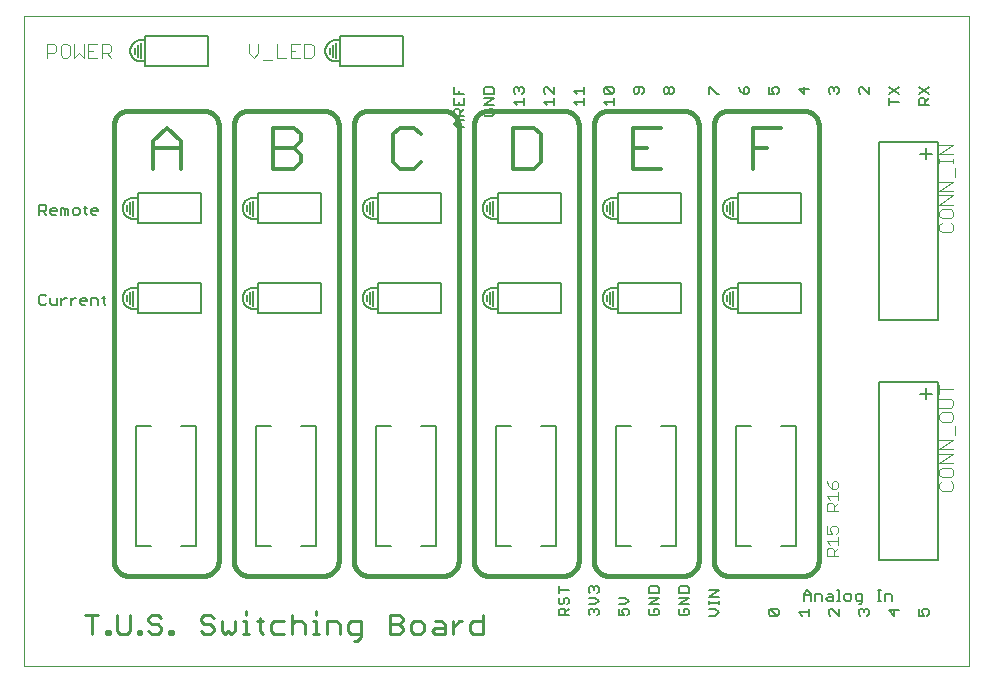
<source format=gto>
G75*
G70*
%OFA0B0*%
%FSLAX24Y24*%
%IPPOS*%
%LPD*%
%AMOC8*
5,1,8,0,0,1.08239X$1,22.5*
%
%ADD10C,0.0000*%
%ADD11C,0.0160*%
%ADD12C,0.0120*%
%ADD13C,0.0050*%
%ADD14C,0.0040*%
%ADD15C,0.0110*%
%ADD16C,0.0060*%
%ADD17C,0.0080*%
%ADD18C,0.0030*%
D10*
X002180Y000680D02*
X002180Y022334D01*
X033676Y022334D01*
X033676Y000680D01*
X002180Y000680D01*
D11*
X005680Y003680D02*
X008180Y003680D01*
X008224Y003682D01*
X008267Y003688D01*
X008309Y003697D01*
X008351Y003710D01*
X008391Y003727D01*
X008430Y003747D01*
X008467Y003770D01*
X008501Y003797D01*
X008534Y003826D01*
X008563Y003859D01*
X008590Y003893D01*
X008613Y003930D01*
X008633Y003969D01*
X008650Y004009D01*
X008663Y004051D01*
X008672Y004093D01*
X008678Y004136D01*
X008680Y004180D01*
X008680Y018680D01*
X008678Y018724D01*
X008672Y018767D01*
X008663Y018809D01*
X008650Y018851D01*
X008633Y018891D01*
X008613Y018930D01*
X008590Y018967D01*
X008563Y019001D01*
X008534Y019034D01*
X008501Y019063D01*
X008467Y019090D01*
X008430Y019113D01*
X008391Y019133D01*
X008351Y019150D01*
X008309Y019163D01*
X008267Y019172D01*
X008224Y019178D01*
X008180Y019180D01*
X005680Y019180D01*
X005636Y019178D01*
X005593Y019172D01*
X005551Y019163D01*
X005509Y019150D01*
X005469Y019133D01*
X005430Y019113D01*
X005393Y019090D01*
X005359Y019063D01*
X005326Y019034D01*
X005297Y019001D01*
X005270Y018967D01*
X005247Y018930D01*
X005227Y018891D01*
X005210Y018851D01*
X005197Y018809D01*
X005188Y018767D01*
X005182Y018724D01*
X005180Y018680D01*
X005180Y004180D01*
X005182Y004136D01*
X005188Y004093D01*
X005197Y004051D01*
X005210Y004009D01*
X005227Y003969D01*
X005247Y003930D01*
X005270Y003893D01*
X005297Y003859D01*
X005326Y003826D01*
X005359Y003797D01*
X005393Y003770D01*
X005430Y003747D01*
X005469Y003727D01*
X005509Y003710D01*
X005551Y003697D01*
X005593Y003688D01*
X005636Y003682D01*
X005680Y003680D01*
X009180Y004180D02*
X009180Y018680D01*
X009182Y018724D01*
X009188Y018767D01*
X009197Y018809D01*
X009210Y018851D01*
X009227Y018891D01*
X009247Y018930D01*
X009270Y018967D01*
X009297Y019001D01*
X009326Y019034D01*
X009359Y019063D01*
X009393Y019090D01*
X009430Y019113D01*
X009469Y019133D01*
X009509Y019150D01*
X009551Y019163D01*
X009593Y019172D01*
X009636Y019178D01*
X009680Y019180D01*
X012180Y019180D01*
X012224Y019178D01*
X012267Y019172D01*
X012309Y019163D01*
X012351Y019150D01*
X012391Y019133D01*
X012430Y019113D01*
X012467Y019090D01*
X012501Y019063D01*
X012534Y019034D01*
X012563Y019001D01*
X012590Y018967D01*
X012613Y018930D01*
X012633Y018891D01*
X012650Y018851D01*
X012663Y018809D01*
X012672Y018767D01*
X012678Y018724D01*
X012680Y018680D01*
X012680Y004180D01*
X012678Y004136D01*
X012672Y004093D01*
X012663Y004051D01*
X012650Y004009D01*
X012633Y003969D01*
X012613Y003930D01*
X012590Y003893D01*
X012563Y003859D01*
X012534Y003826D01*
X012501Y003797D01*
X012467Y003770D01*
X012430Y003747D01*
X012391Y003727D01*
X012351Y003710D01*
X012309Y003697D01*
X012267Y003688D01*
X012224Y003682D01*
X012180Y003680D01*
X009680Y003680D01*
X009636Y003682D01*
X009593Y003688D01*
X009551Y003697D01*
X009509Y003710D01*
X009469Y003727D01*
X009430Y003747D01*
X009393Y003770D01*
X009359Y003797D01*
X009326Y003826D01*
X009297Y003859D01*
X009270Y003893D01*
X009247Y003930D01*
X009227Y003969D01*
X009210Y004009D01*
X009197Y004051D01*
X009188Y004093D01*
X009182Y004136D01*
X009180Y004180D01*
X013180Y004180D02*
X013180Y018680D01*
X013182Y018724D01*
X013188Y018767D01*
X013197Y018809D01*
X013210Y018851D01*
X013227Y018891D01*
X013247Y018930D01*
X013270Y018967D01*
X013297Y019001D01*
X013326Y019034D01*
X013359Y019063D01*
X013393Y019090D01*
X013430Y019113D01*
X013469Y019133D01*
X013509Y019150D01*
X013551Y019163D01*
X013593Y019172D01*
X013636Y019178D01*
X013680Y019180D01*
X016180Y019180D01*
X016224Y019178D01*
X016267Y019172D01*
X016309Y019163D01*
X016351Y019150D01*
X016391Y019133D01*
X016430Y019113D01*
X016467Y019090D01*
X016501Y019063D01*
X016534Y019034D01*
X016563Y019001D01*
X016590Y018967D01*
X016613Y018930D01*
X016633Y018891D01*
X016650Y018851D01*
X016663Y018809D01*
X016672Y018767D01*
X016678Y018724D01*
X016680Y018680D01*
X016680Y004180D01*
X017180Y004180D02*
X017180Y018680D01*
X017182Y018724D01*
X017188Y018767D01*
X017197Y018809D01*
X017210Y018851D01*
X017227Y018891D01*
X017247Y018930D01*
X017270Y018967D01*
X017297Y019001D01*
X017326Y019034D01*
X017359Y019063D01*
X017393Y019090D01*
X017430Y019113D01*
X017469Y019133D01*
X017509Y019150D01*
X017551Y019163D01*
X017593Y019172D01*
X017636Y019178D01*
X017680Y019180D01*
X020180Y019180D01*
X020224Y019178D01*
X020267Y019172D01*
X020309Y019163D01*
X020351Y019150D01*
X020391Y019133D01*
X020430Y019113D01*
X020467Y019090D01*
X020501Y019063D01*
X020534Y019034D01*
X020563Y019001D01*
X020590Y018967D01*
X020613Y018930D01*
X020633Y018891D01*
X020650Y018851D01*
X020663Y018809D01*
X020672Y018767D01*
X020678Y018724D01*
X020680Y018680D01*
X020680Y004180D01*
X021180Y004180D02*
X021180Y018680D01*
X021182Y018724D01*
X021188Y018767D01*
X021197Y018809D01*
X021210Y018851D01*
X021227Y018891D01*
X021247Y018930D01*
X021270Y018967D01*
X021297Y019001D01*
X021326Y019034D01*
X021359Y019063D01*
X021393Y019090D01*
X021430Y019113D01*
X021469Y019133D01*
X021509Y019150D01*
X021551Y019163D01*
X021593Y019172D01*
X021636Y019178D01*
X021680Y019180D01*
X024180Y019180D01*
X024224Y019178D01*
X024267Y019172D01*
X024309Y019163D01*
X024351Y019150D01*
X024391Y019133D01*
X024430Y019113D01*
X024467Y019090D01*
X024501Y019063D01*
X024534Y019034D01*
X024563Y019001D01*
X024590Y018967D01*
X024613Y018930D01*
X024633Y018891D01*
X024650Y018851D01*
X024663Y018809D01*
X024672Y018767D01*
X024678Y018724D01*
X024680Y018680D01*
X024680Y004180D01*
X024678Y004136D01*
X024672Y004093D01*
X024663Y004051D01*
X024650Y004009D01*
X024633Y003969D01*
X024613Y003930D01*
X024590Y003893D01*
X024563Y003859D01*
X024534Y003826D01*
X024501Y003797D01*
X024467Y003770D01*
X024430Y003747D01*
X024391Y003727D01*
X024351Y003710D01*
X024309Y003697D01*
X024267Y003688D01*
X024224Y003682D01*
X024180Y003680D01*
X021680Y003680D01*
X021636Y003682D01*
X021593Y003688D01*
X021551Y003697D01*
X021509Y003710D01*
X021469Y003727D01*
X021430Y003747D01*
X021393Y003770D01*
X021359Y003797D01*
X021326Y003826D01*
X021297Y003859D01*
X021270Y003893D01*
X021247Y003930D01*
X021227Y003969D01*
X021210Y004009D01*
X021197Y004051D01*
X021188Y004093D01*
X021182Y004136D01*
X021180Y004180D01*
X020680Y004180D02*
X020678Y004136D01*
X020672Y004093D01*
X020663Y004051D01*
X020650Y004009D01*
X020633Y003969D01*
X020613Y003930D01*
X020590Y003893D01*
X020563Y003859D01*
X020534Y003826D01*
X020501Y003797D01*
X020467Y003770D01*
X020430Y003747D01*
X020391Y003727D01*
X020351Y003710D01*
X020309Y003697D01*
X020267Y003688D01*
X020224Y003682D01*
X020180Y003680D01*
X017680Y003680D01*
X017636Y003682D01*
X017593Y003688D01*
X017551Y003697D01*
X017509Y003710D01*
X017469Y003727D01*
X017430Y003747D01*
X017393Y003770D01*
X017359Y003797D01*
X017326Y003826D01*
X017297Y003859D01*
X017270Y003893D01*
X017247Y003930D01*
X017227Y003969D01*
X017210Y004009D01*
X017197Y004051D01*
X017188Y004093D01*
X017182Y004136D01*
X017180Y004180D01*
X016680Y004180D02*
X016678Y004136D01*
X016672Y004093D01*
X016663Y004051D01*
X016650Y004009D01*
X016633Y003969D01*
X016613Y003930D01*
X016590Y003893D01*
X016563Y003859D01*
X016534Y003826D01*
X016501Y003797D01*
X016467Y003770D01*
X016430Y003747D01*
X016391Y003727D01*
X016351Y003710D01*
X016309Y003697D01*
X016267Y003688D01*
X016224Y003682D01*
X016180Y003680D01*
X013680Y003680D01*
X013636Y003682D01*
X013593Y003688D01*
X013551Y003697D01*
X013509Y003710D01*
X013469Y003727D01*
X013430Y003747D01*
X013393Y003770D01*
X013359Y003797D01*
X013326Y003826D01*
X013297Y003859D01*
X013270Y003893D01*
X013247Y003930D01*
X013227Y003969D01*
X013210Y004009D01*
X013197Y004051D01*
X013188Y004093D01*
X013182Y004136D01*
X013180Y004180D01*
X025180Y004180D02*
X025180Y018680D01*
X025182Y018724D01*
X025188Y018767D01*
X025197Y018809D01*
X025210Y018851D01*
X025227Y018891D01*
X025247Y018930D01*
X025270Y018967D01*
X025297Y019001D01*
X025326Y019034D01*
X025359Y019063D01*
X025393Y019090D01*
X025430Y019113D01*
X025469Y019133D01*
X025509Y019150D01*
X025551Y019163D01*
X025593Y019172D01*
X025636Y019178D01*
X025680Y019180D01*
X028180Y019180D01*
X028224Y019178D01*
X028267Y019172D01*
X028309Y019163D01*
X028351Y019150D01*
X028391Y019133D01*
X028430Y019113D01*
X028467Y019090D01*
X028501Y019063D01*
X028534Y019034D01*
X028563Y019001D01*
X028590Y018967D01*
X028613Y018930D01*
X028633Y018891D01*
X028650Y018851D01*
X028663Y018809D01*
X028672Y018767D01*
X028678Y018724D01*
X028680Y018680D01*
X028680Y004180D01*
X028678Y004136D01*
X028672Y004093D01*
X028663Y004051D01*
X028650Y004009D01*
X028633Y003969D01*
X028613Y003930D01*
X028590Y003893D01*
X028563Y003859D01*
X028534Y003826D01*
X028501Y003797D01*
X028467Y003770D01*
X028430Y003747D01*
X028391Y003727D01*
X028351Y003710D01*
X028309Y003697D01*
X028267Y003688D01*
X028224Y003682D01*
X028180Y003680D01*
X025680Y003680D01*
X025636Y003682D01*
X025593Y003688D01*
X025551Y003697D01*
X025509Y003710D01*
X025469Y003727D01*
X025430Y003747D01*
X025393Y003770D01*
X025359Y003797D01*
X025326Y003826D01*
X025297Y003859D01*
X025270Y003893D01*
X025247Y003930D01*
X025227Y003969D01*
X025210Y004009D01*
X025197Y004051D01*
X025188Y004093D01*
X025182Y004136D01*
X025180Y004180D01*
D12*
X026490Y017240D02*
X026490Y018621D01*
X027411Y018621D01*
X026950Y017931D02*
X026490Y017931D01*
X023411Y018621D02*
X022490Y018621D01*
X022490Y017240D01*
X023411Y017240D01*
X022950Y017931D02*
X022490Y017931D01*
X019411Y017470D02*
X019411Y018391D01*
X019181Y018621D01*
X018490Y018621D01*
X018490Y017240D01*
X019181Y017240D01*
X019411Y017470D01*
X015411Y017470D02*
X015181Y017240D01*
X014720Y017240D01*
X014490Y017470D01*
X014490Y018391D01*
X014720Y018621D01*
X015181Y018621D01*
X015411Y018391D01*
X011411Y018391D02*
X011411Y018161D01*
X011181Y017931D01*
X010490Y017931D01*
X011181Y017931D02*
X011411Y017700D01*
X011411Y017470D01*
X011181Y017240D01*
X010490Y017240D01*
X010490Y018621D01*
X011181Y018621D01*
X011411Y018391D01*
X007411Y018161D02*
X007411Y017240D01*
X007411Y017931D02*
X006490Y017931D01*
X006490Y018161D02*
X006950Y018621D01*
X007411Y018161D01*
X006490Y018161D02*
X006490Y017240D01*
D13*
X004657Y015880D02*
X004657Y015822D01*
X004424Y015822D01*
X004424Y015880D02*
X004482Y015939D01*
X004599Y015939D01*
X004657Y015880D01*
X004599Y015705D02*
X004482Y015705D01*
X004424Y015763D01*
X004424Y015880D01*
X004295Y015939D02*
X004178Y015939D01*
X004237Y015997D02*
X004237Y015763D01*
X004295Y015705D01*
X004043Y015763D02*
X004043Y015880D01*
X003985Y015939D01*
X003868Y015939D01*
X003810Y015880D01*
X003810Y015763D01*
X003868Y015705D01*
X003985Y015705D01*
X004043Y015763D01*
X003675Y015705D02*
X003675Y015880D01*
X003617Y015939D01*
X003558Y015880D01*
X003558Y015705D01*
X003442Y015705D02*
X003442Y015939D01*
X003500Y015939D01*
X003558Y015880D01*
X003307Y015880D02*
X003307Y015822D01*
X003073Y015822D01*
X003073Y015880D02*
X003132Y015939D01*
X003248Y015939D01*
X003307Y015880D01*
X003248Y015705D02*
X003132Y015705D01*
X003073Y015763D01*
X003073Y015880D01*
X002939Y015880D02*
X002939Y015997D01*
X002880Y016055D01*
X002705Y016055D01*
X002705Y015705D01*
X002705Y015822D02*
X002880Y015822D01*
X002939Y015880D01*
X002822Y015822D02*
X002939Y015705D01*
X002880Y013055D02*
X002763Y013055D01*
X002705Y012997D01*
X002705Y012763D01*
X002763Y012705D01*
X002880Y012705D01*
X002939Y012763D01*
X003073Y012763D02*
X003073Y012939D01*
X002939Y012997D02*
X002880Y013055D01*
X003073Y012763D02*
X003132Y012705D01*
X003307Y012705D01*
X003307Y012939D01*
X003442Y012939D02*
X003442Y012705D01*
X003442Y012822D02*
X003558Y012939D01*
X003617Y012939D01*
X003749Y012939D02*
X003749Y012705D01*
X003749Y012822D02*
X003865Y012939D01*
X003924Y012939D01*
X004055Y012880D02*
X004114Y012939D01*
X004231Y012939D01*
X004289Y012880D01*
X004289Y012822D01*
X004055Y012822D01*
X004055Y012880D02*
X004055Y012763D01*
X004114Y012705D01*
X004231Y012705D01*
X004424Y012705D02*
X004424Y012939D01*
X004599Y012939D01*
X004657Y012880D01*
X004657Y012705D01*
X004850Y012763D02*
X004850Y012997D01*
X004792Y012939D02*
X004909Y012939D01*
X004850Y012763D02*
X004909Y012705D01*
X030696Y012196D02*
X032664Y012196D01*
X032664Y018149D01*
X030696Y018149D01*
X030696Y012196D01*
X030696Y010149D02*
X030696Y004196D01*
X032664Y004196D01*
X032664Y010149D01*
X030696Y010149D01*
X032074Y009755D02*
X032467Y009755D01*
X032271Y009952D02*
X032271Y009558D01*
X032271Y017558D02*
X032271Y017952D01*
X032467Y017755D02*
X032074Y017755D01*
D14*
X032700Y017740D02*
X033160Y018047D01*
X032700Y018047D01*
X032700Y017740D02*
X033160Y017740D01*
X033160Y017586D02*
X033160Y017433D01*
X033160Y017509D02*
X032700Y017509D01*
X032700Y017433D02*
X032700Y017586D01*
X033237Y017279D02*
X033237Y016972D01*
X033160Y016819D02*
X032700Y016819D01*
X032700Y016512D02*
X033160Y016819D01*
X033160Y016512D02*
X032700Y016512D01*
X032700Y016358D02*
X033160Y016358D01*
X032700Y016051D01*
X033160Y016051D01*
X033083Y015898D02*
X032776Y015898D01*
X032700Y015821D01*
X032700Y015668D01*
X032776Y015591D01*
X033083Y015591D01*
X033160Y015668D01*
X033160Y015821D01*
X033083Y015898D01*
X033083Y015438D02*
X033160Y015361D01*
X033160Y015207D01*
X033083Y015131D01*
X032776Y015131D01*
X032700Y015207D01*
X032700Y015361D01*
X032776Y015438D01*
X032700Y010047D02*
X032700Y009740D01*
X032700Y009893D02*
X033160Y009893D01*
X033083Y009586D02*
X032700Y009586D01*
X032700Y009279D02*
X033083Y009279D01*
X033160Y009356D01*
X033160Y009509D01*
X033083Y009586D01*
X033083Y009126D02*
X032776Y009126D01*
X032700Y009049D01*
X032700Y008896D01*
X032776Y008819D01*
X033083Y008819D01*
X033160Y008896D01*
X033160Y009049D01*
X033083Y009126D01*
X033237Y008665D02*
X033237Y008358D01*
X033160Y008205D02*
X032700Y008205D01*
X032700Y007898D02*
X033160Y008205D01*
X033160Y007898D02*
X032700Y007898D01*
X032700Y007745D02*
X033160Y007745D01*
X032700Y007438D01*
X033160Y007438D01*
X033083Y007284D02*
X032776Y007284D01*
X032700Y007207D01*
X032700Y007054D01*
X032776Y006977D01*
X033083Y006977D01*
X033160Y007054D01*
X033160Y007207D01*
X033083Y007284D01*
X033083Y006824D02*
X033160Y006747D01*
X033160Y006594D01*
X033083Y006517D01*
X032776Y006517D01*
X032700Y006594D01*
X032700Y006747D01*
X032776Y006824D01*
X011848Y021027D02*
X011848Y021334D01*
X011772Y021410D01*
X011542Y021410D01*
X011542Y020950D01*
X011772Y020950D01*
X011848Y021027D01*
X011388Y020950D02*
X011081Y020950D01*
X011081Y021410D01*
X011388Y021410D01*
X011235Y021180D02*
X011081Y021180D01*
X010928Y020950D02*
X010621Y020950D01*
X010621Y021410D01*
X010007Y021410D02*
X010007Y021103D01*
X009853Y020950D01*
X009700Y021103D01*
X009700Y021410D01*
X010160Y020873D02*
X010467Y020873D01*
X005098Y020950D02*
X004945Y021103D01*
X005022Y021103D02*
X004792Y021103D01*
X004792Y020950D02*
X004792Y021410D01*
X005022Y021410D01*
X005098Y021334D01*
X005098Y021180D01*
X005022Y021103D01*
X004638Y020950D02*
X004331Y020950D01*
X004331Y021410D01*
X004638Y021410D01*
X004485Y021180D02*
X004331Y021180D01*
X004178Y020950D02*
X004178Y021410D01*
X003871Y021410D02*
X003871Y020950D01*
X004024Y021103D01*
X004178Y020950D01*
X003717Y021027D02*
X003717Y021334D01*
X003641Y021410D01*
X003487Y021410D01*
X003410Y021334D01*
X003410Y021027D01*
X003487Y020950D01*
X003641Y020950D01*
X003717Y021027D01*
X003257Y021180D02*
X003257Y021334D01*
X003180Y021410D01*
X002950Y021410D01*
X002950Y020950D01*
X002950Y021103D02*
X003180Y021103D01*
X003257Y021180D01*
D15*
X004235Y002386D02*
X004669Y002386D01*
X004452Y002386D02*
X004452Y001735D01*
X004935Y001735D02*
X004935Y001843D01*
X005043Y001843D01*
X005043Y001735D01*
X004935Y001735D01*
X005285Y001843D02*
X005393Y001735D01*
X005610Y001735D01*
X005718Y001843D01*
X005718Y002386D01*
X005285Y002386D02*
X005285Y001843D01*
X005984Y001843D02*
X005984Y001735D01*
X006093Y001735D01*
X006093Y001843D01*
X005984Y001843D01*
X006334Y001843D02*
X006443Y001735D01*
X006660Y001735D01*
X006768Y001843D01*
X006768Y001952D01*
X006660Y002060D01*
X006443Y002060D01*
X006334Y002169D01*
X006334Y002277D01*
X006443Y002386D01*
X006660Y002386D01*
X006768Y002277D01*
X007034Y001843D02*
X007143Y001843D01*
X007143Y001735D01*
X007034Y001735D01*
X007034Y001843D01*
X008084Y001843D02*
X008192Y001735D01*
X008409Y001735D01*
X008518Y001843D01*
X008518Y001952D01*
X008409Y002060D01*
X008192Y002060D01*
X008084Y002169D01*
X008084Y002277D01*
X008192Y002386D01*
X008409Y002386D01*
X008518Y002277D01*
X008784Y002169D02*
X008784Y001843D01*
X008892Y001735D01*
X009001Y001843D01*
X009109Y001735D01*
X009217Y001843D01*
X009217Y002169D01*
X009483Y002169D02*
X009592Y002169D01*
X009592Y001735D01*
X009700Y001735D02*
X009483Y001735D01*
X010058Y001843D02*
X010058Y002277D01*
X009950Y002169D02*
X010167Y002169D01*
X010417Y002060D02*
X010417Y001843D01*
X010525Y001735D01*
X010850Y001735D01*
X011116Y001735D02*
X011116Y002386D01*
X011225Y002169D02*
X011442Y002169D01*
X011550Y002060D01*
X011550Y001735D01*
X011816Y001735D02*
X012033Y001735D01*
X011925Y001735D02*
X011925Y002169D01*
X011816Y002169D01*
X011925Y002386D02*
X011925Y002494D01*
X012283Y002169D02*
X012608Y002169D01*
X012716Y002060D01*
X012716Y001735D01*
X012982Y001843D02*
X013091Y001735D01*
X013416Y001735D01*
X013416Y001627D02*
X013416Y002169D01*
X013091Y002169D01*
X012982Y002060D01*
X012982Y001843D01*
X013308Y001518D02*
X013416Y001627D01*
X013308Y001518D02*
X013199Y001518D01*
X012283Y001735D02*
X012283Y002169D01*
X011225Y002169D02*
X011116Y002060D01*
X010850Y002169D02*
X010525Y002169D01*
X010417Y002060D01*
X010167Y001735D02*
X010058Y001843D01*
X009592Y002386D02*
X009592Y002494D01*
X014382Y002386D02*
X014382Y001735D01*
X014707Y001735D01*
X014816Y001843D01*
X014816Y001952D01*
X014707Y002060D01*
X014382Y002060D01*
X014707Y002060D02*
X014816Y002169D01*
X014816Y002277D01*
X014707Y002386D01*
X014382Y002386D01*
X015082Y002060D02*
X015082Y001843D01*
X015190Y001735D01*
X015407Y001735D01*
X015516Y001843D01*
X015516Y002060D01*
X015407Y002169D01*
X015190Y002169D01*
X015082Y002060D01*
X015782Y001843D02*
X015890Y001952D01*
X016215Y001952D01*
X016215Y002060D02*
X016215Y001735D01*
X015890Y001735D01*
X015782Y001843D01*
X015890Y002169D02*
X016107Y002169D01*
X016215Y002060D01*
X016481Y001952D02*
X016698Y002169D01*
X016807Y002169D01*
X017065Y002060D02*
X017065Y001843D01*
X017173Y001735D01*
X017498Y001735D01*
X017498Y002386D01*
X017498Y002169D02*
X017173Y002169D01*
X017065Y002060D01*
X016481Y002169D02*
X016481Y001735D01*
D16*
X020010Y002360D02*
X020010Y002530D01*
X020066Y002587D01*
X020180Y002587D01*
X020237Y002530D01*
X020237Y002360D01*
X020350Y002360D02*
X020010Y002360D01*
X020237Y002473D02*
X020350Y002587D01*
X020293Y002728D02*
X020350Y002785D01*
X020350Y002898D01*
X020293Y002955D01*
X020237Y002955D01*
X020180Y002898D01*
X020180Y002785D01*
X020123Y002728D01*
X020066Y002728D01*
X020010Y002785D01*
X020010Y002898D01*
X020066Y002955D01*
X020010Y003097D02*
X020010Y003323D01*
X020010Y003210D02*
X020350Y003210D01*
X021010Y003153D02*
X021010Y003267D01*
X021066Y003323D01*
X021123Y003323D01*
X021180Y003267D01*
X021237Y003323D01*
X021293Y003323D01*
X021350Y003267D01*
X021350Y003153D01*
X021293Y003097D01*
X021237Y002955D02*
X021010Y002955D01*
X021066Y003097D02*
X021010Y003153D01*
X021180Y003210D02*
X021180Y003267D01*
X021237Y002955D02*
X021350Y002842D01*
X021237Y002728D01*
X021010Y002728D01*
X021066Y002587D02*
X021010Y002530D01*
X021010Y002417D01*
X021066Y002360D01*
X021180Y002473D02*
X021180Y002530D01*
X021237Y002587D01*
X021293Y002587D01*
X021350Y002530D01*
X021350Y002417D01*
X021293Y002360D01*
X021180Y002530D02*
X021123Y002587D01*
X021066Y002587D01*
X022010Y002587D02*
X022010Y002360D01*
X022180Y002360D01*
X022123Y002473D01*
X022123Y002530D01*
X022180Y002587D01*
X022293Y002587D01*
X022350Y002530D01*
X022350Y002417D01*
X022293Y002360D01*
X022237Y002728D02*
X022010Y002728D01*
X022237Y002728D02*
X022350Y002842D01*
X022237Y002955D01*
X022010Y002955D01*
X023010Y002955D02*
X023350Y002955D01*
X023010Y002728D01*
X023350Y002728D01*
X023293Y002587D02*
X023180Y002587D01*
X023180Y002473D01*
X023293Y002360D02*
X023066Y002360D01*
X023010Y002417D01*
X023010Y002530D01*
X023066Y002587D01*
X023293Y002587D02*
X023350Y002530D01*
X023350Y002417D01*
X023293Y002360D01*
X024010Y002417D02*
X024066Y002360D01*
X024293Y002360D01*
X024350Y002417D01*
X024350Y002530D01*
X024293Y002587D01*
X024180Y002587D01*
X024180Y002473D01*
X024066Y002587D02*
X024010Y002530D01*
X024010Y002417D01*
X024010Y002728D02*
X024350Y002955D01*
X024010Y002955D01*
X024010Y003097D02*
X024010Y003267D01*
X024066Y003323D01*
X024293Y003323D01*
X024350Y003267D01*
X024350Y003097D01*
X024010Y003097D01*
X024010Y002728D02*
X024350Y002728D01*
X025010Y002723D02*
X025010Y002837D01*
X025010Y002780D02*
X025350Y002780D01*
X025350Y002723D02*
X025350Y002837D01*
X025350Y002969D02*
X025010Y002969D01*
X025350Y003196D01*
X025010Y003196D01*
X025010Y002582D02*
X025237Y002582D01*
X025350Y002468D01*
X025237Y002355D01*
X025010Y002355D01*
X023350Y003097D02*
X023350Y003267D01*
X023293Y003323D01*
X023066Y003323D01*
X023010Y003267D01*
X023010Y003097D01*
X023350Y003097D01*
X027010Y002525D02*
X027066Y002582D01*
X027293Y002355D01*
X027350Y002412D01*
X027350Y002525D01*
X027293Y002582D01*
X027066Y002582D01*
X027010Y002525D02*
X027010Y002412D01*
X027066Y002355D01*
X027293Y002355D01*
X028010Y002468D02*
X028350Y002468D01*
X028350Y002355D02*
X028350Y002582D01*
X028418Y002855D02*
X028418Y003082D01*
X028304Y003195D01*
X028191Y003082D01*
X028191Y002855D01*
X028191Y003025D02*
X028418Y003025D01*
X028559Y003082D02*
X028559Y002855D01*
X028559Y003082D02*
X028729Y003082D01*
X028786Y003025D01*
X028786Y002855D01*
X028927Y002912D02*
X028984Y002968D01*
X029154Y002968D01*
X029154Y003025D02*
X029154Y002855D01*
X028984Y002855D01*
X028927Y002912D01*
X028984Y003082D02*
X029097Y003082D01*
X029154Y003025D01*
X029296Y002855D02*
X029409Y002855D01*
X029352Y002855D02*
X029352Y003195D01*
X029296Y003195D01*
X029541Y003025D02*
X029541Y002912D01*
X029598Y002855D01*
X029711Y002855D01*
X029768Y002912D01*
X029768Y003025D01*
X029711Y003082D01*
X029598Y003082D01*
X029541Y003025D01*
X029910Y003025D02*
X029966Y003082D01*
X030136Y003082D01*
X030136Y002798D01*
X030080Y002742D01*
X030023Y002742D01*
X029966Y002855D02*
X030136Y002855D01*
X029966Y002855D02*
X029910Y002912D01*
X029910Y003025D01*
X030066Y002582D02*
X030123Y002582D01*
X030180Y002525D01*
X030237Y002582D01*
X030293Y002582D01*
X030350Y002525D01*
X030350Y002412D01*
X030293Y002355D01*
X030180Y002468D02*
X030180Y002525D01*
X030066Y002582D02*
X030010Y002525D01*
X030010Y002412D01*
X030066Y002355D01*
X029350Y002355D02*
X029123Y002582D01*
X029066Y002582D01*
X029010Y002525D01*
X029010Y002412D01*
X029066Y002355D01*
X029350Y002355D02*
X029350Y002582D01*
X028123Y002355D02*
X028010Y002468D01*
X030646Y002855D02*
X030760Y002855D01*
X030703Y002855D02*
X030703Y003195D01*
X030646Y003195D02*
X030760Y003195D01*
X030892Y003082D02*
X031062Y003082D01*
X031119Y003025D01*
X031119Y002855D01*
X030892Y002855D02*
X030892Y003082D01*
X031180Y002582D02*
X031180Y002355D01*
X031010Y002525D01*
X031350Y002525D01*
X032010Y002582D02*
X032010Y002355D01*
X032180Y002355D01*
X032123Y002468D01*
X032123Y002525D01*
X032180Y002582D01*
X032293Y002582D01*
X032350Y002525D01*
X032350Y002412D01*
X032293Y002355D01*
X028080Y012430D02*
X025980Y012430D01*
X025980Y012580D01*
X025980Y013280D01*
X025980Y013430D01*
X028080Y013430D01*
X028080Y012430D01*
X025980Y012580D02*
X025830Y012580D01*
X025830Y012680D02*
X025830Y013180D01*
X025830Y013280D02*
X025980Y013280D01*
X025730Y013130D02*
X025730Y012730D01*
X025630Y012830D02*
X025630Y013030D01*
X025830Y013280D02*
X025793Y013278D01*
X025757Y013272D01*
X025722Y013263D01*
X025688Y013250D01*
X025655Y013233D01*
X025624Y013213D01*
X025596Y013190D01*
X025570Y013164D01*
X025547Y013136D01*
X025527Y013105D01*
X025510Y013072D01*
X025497Y013038D01*
X025488Y013003D01*
X025482Y012967D01*
X025480Y012930D01*
X025482Y012893D01*
X025488Y012857D01*
X025497Y012822D01*
X025510Y012788D01*
X025527Y012755D01*
X025547Y012724D01*
X025570Y012696D01*
X025596Y012670D01*
X025624Y012647D01*
X025655Y012627D01*
X025688Y012610D01*
X025722Y012597D01*
X025757Y012588D01*
X025793Y012582D01*
X025830Y012580D01*
X024080Y012430D02*
X024080Y013430D01*
X021980Y013430D01*
X021980Y013280D01*
X021980Y012580D01*
X021830Y012580D01*
X021830Y012680D02*
X021830Y013180D01*
X021830Y013280D02*
X021980Y013280D01*
X021730Y013130D02*
X021730Y012730D01*
X021630Y012830D02*
X021630Y013030D01*
X021830Y013280D02*
X021793Y013278D01*
X021757Y013272D01*
X021722Y013263D01*
X021688Y013250D01*
X021655Y013233D01*
X021624Y013213D01*
X021596Y013190D01*
X021570Y013164D01*
X021547Y013136D01*
X021527Y013105D01*
X021510Y013072D01*
X021497Y013038D01*
X021488Y013003D01*
X021482Y012967D01*
X021480Y012930D01*
X021482Y012893D01*
X021488Y012857D01*
X021497Y012822D01*
X021510Y012788D01*
X021527Y012755D01*
X021547Y012724D01*
X021570Y012696D01*
X021596Y012670D01*
X021624Y012647D01*
X021655Y012627D01*
X021688Y012610D01*
X021722Y012597D01*
X021757Y012588D01*
X021793Y012582D01*
X021830Y012580D01*
X021980Y012580D02*
X021980Y012430D01*
X024080Y012430D01*
X024080Y015430D02*
X021980Y015430D01*
X021980Y015580D01*
X021980Y016280D01*
X021980Y016430D01*
X024080Y016430D01*
X024080Y015430D01*
X025630Y015830D02*
X025630Y016030D01*
X025730Y016130D02*
X025730Y015730D01*
X025830Y015680D02*
X025830Y016180D01*
X025830Y016280D02*
X025980Y016280D01*
X025980Y015580D01*
X025830Y015580D01*
X025980Y015580D02*
X025980Y015430D01*
X028080Y015430D01*
X028080Y016430D01*
X025980Y016430D01*
X025980Y016280D01*
X025830Y016280D02*
X025793Y016278D01*
X025757Y016272D01*
X025722Y016263D01*
X025688Y016250D01*
X025655Y016233D01*
X025624Y016213D01*
X025596Y016190D01*
X025570Y016164D01*
X025547Y016136D01*
X025527Y016105D01*
X025510Y016072D01*
X025497Y016038D01*
X025488Y016003D01*
X025482Y015967D01*
X025480Y015930D01*
X025482Y015893D01*
X025488Y015857D01*
X025497Y015822D01*
X025510Y015788D01*
X025527Y015755D01*
X025547Y015724D01*
X025570Y015696D01*
X025596Y015670D01*
X025624Y015647D01*
X025655Y015627D01*
X025688Y015610D01*
X025722Y015597D01*
X025757Y015588D01*
X025793Y015582D01*
X025830Y015580D01*
X021980Y015580D02*
X021830Y015580D01*
X021830Y015680D02*
X021830Y016180D01*
X021830Y016280D02*
X021980Y016280D01*
X021730Y016130D02*
X021730Y015730D01*
X021630Y015830D02*
X021630Y016030D01*
X021830Y016280D02*
X021793Y016278D01*
X021757Y016272D01*
X021722Y016263D01*
X021688Y016250D01*
X021655Y016233D01*
X021624Y016213D01*
X021596Y016190D01*
X021570Y016164D01*
X021547Y016136D01*
X021527Y016105D01*
X021510Y016072D01*
X021497Y016038D01*
X021488Y016003D01*
X021482Y015967D01*
X021480Y015930D01*
X021482Y015893D01*
X021488Y015857D01*
X021497Y015822D01*
X021510Y015788D01*
X021527Y015755D01*
X021547Y015724D01*
X021570Y015696D01*
X021596Y015670D01*
X021624Y015647D01*
X021655Y015627D01*
X021688Y015610D01*
X021722Y015597D01*
X021757Y015588D01*
X021793Y015582D01*
X021830Y015580D01*
X020080Y015430D02*
X020080Y016430D01*
X017980Y016430D01*
X017980Y016280D01*
X017980Y015580D01*
X017830Y015580D01*
X017830Y015680D02*
X017830Y016180D01*
X017830Y016280D02*
X017980Y016280D01*
X017730Y016130D02*
X017730Y015730D01*
X017630Y015830D02*
X017630Y016030D01*
X017830Y016280D02*
X017793Y016278D01*
X017757Y016272D01*
X017722Y016263D01*
X017688Y016250D01*
X017655Y016233D01*
X017624Y016213D01*
X017596Y016190D01*
X017570Y016164D01*
X017547Y016136D01*
X017527Y016105D01*
X017510Y016072D01*
X017497Y016038D01*
X017488Y016003D01*
X017482Y015967D01*
X017480Y015930D01*
X017482Y015893D01*
X017488Y015857D01*
X017497Y015822D01*
X017510Y015788D01*
X017527Y015755D01*
X017547Y015724D01*
X017570Y015696D01*
X017596Y015670D01*
X017624Y015647D01*
X017655Y015627D01*
X017688Y015610D01*
X017722Y015597D01*
X017757Y015588D01*
X017793Y015582D01*
X017830Y015580D01*
X017980Y015580D02*
X017980Y015430D01*
X020080Y015430D01*
X020080Y013430D02*
X017980Y013430D01*
X017980Y013280D01*
X017980Y012580D01*
X017830Y012580D01*
X017830Y012680D02*
X017830Y013180D01*
X017830Y013280D02*
X017980Y013280D01*
X017730Y013130D02*
X017730Y012730D01*
X017630Y012830D02*
X017630Y013030D01*
X017830Y013280D02*
X017793Y013278D01*
X017757Y013272D01*
X017722Y013263D01*
X017688Y013250D01*
X017655Y013233D01*
X017624Y013213D01*
X017596Y013190D01*
X017570Y013164D01*
X017547Y013136D01*
X017527Y013105D01*
X017510Y013072D01*
X017497Y013038D01*
X017488Y013003D01*
X017482Y012967D01*
X017480Y012930D01*
X017482Y012893D01*
X017488Y012857D01*
X017497Y012822D01*
X017510Y012788D01*
X017527Y012755D01*
X017547Y012724D01*
X017570Y012696D01*
X017596Y012670D01*
X017624Y012647D01*
X017655Y012627D01*
X017688Y012610D01*
X017722Y012597D01*
X017757Y012588D01*
X017793Y012582D01*
X017830Y012580D01*
X017980Y012580D02*
X017980Y012430D01*
X020080Y012430D01*
X020080Y013430D01*
X016080Y013430D02*
X016080Y012430D01*
X013980Y012430D01*
X013980Y012580D01*
X013980Y013280D01*
X013980Y013430D01*
X016080Y013430D01*
X013980Y013280D02*
X013830Y013280D01*
X013830Y013180D02*
X013830Y012680D01*
X013830Y012580D02*
X013980Y012580D01*
X013730Y012730D02*
X013730Y013130D01*
X013630Y013030D02*
X013630Y012830D01*
X013830Y012580D02*
X013793Y012582D01*
X013757Y012588D01*
X013722Y012597D01*
X013688Y012610D01*
X013655Y012627D01*
X013624Y012647D01*
X013596Y012670D01*
X013570Y012696D01*
X013547Y012724D01*
X013527Y012755D01*
X013510Y012788D01*
X013497Y012822D01*
X013488Y012857D01*
X013482Y012893D01*
X013480Y012930D01*
X013482Y012967D01*
X013488Y013003D01*
X013497Y013038D01*
X013510Y013072D01*
X013527Y013105D01*
X013547Y013136D01*
X013570Y013164D01*
X013596Y013190D01*
X013624Y013213D01*
X013655Y013233D01*
X013688Y013250D01*
X013722Y013263D01*
X013757Y013272D01*
X013793Y013278D01*
X013830Y013280D01*
X012080Y013430D02*
X012080Y012430D01*
X009980Y012430D01*
X009980Y012580D01*
X009980Y013280D01*
X009980Y013430D01*
X012080Y013430D01*
X009980Y013280D02*
X009830Y013280D01*
X009830Y013180D02*
X009830Y012680D01*
X009830Y012580D02*
X009980Y012580D01*
X009730Y012730D02*
X009730Y013130D01*
X009630Y013030D02*
X009630Y012830D01*
X009830Y012580D02*
X009793Y012582D01*
X009757Y012588D01*
X009722Y012597D01*
X009688Y012610D01*
X009655Y012627D01*
X009624Y012647D01*
X009596Y012670D01*
X009570Y012696D01*
X009547Y012724D01*
X009527Y012755D01*
X009510Y012788D01*
X009497Y012822D01*
X009488Y012857D01*
X009482Y012893D01*
X009480Y012930D01*
X009482Y012967D01*
X009488Y013003D01*
X009497Y013038D01*
X009510Y013072D01*
X009527Y013105D01*
X009547Y013136D01*
X009570Y013164D01*
X009596Y013190D01*
X009624Y013213D01*
X009655Y013233D01*
X009688Y013250D01*
X009722Y013263D01*
X009757Y013272D01*
X009793Y013278D01*
X009830Y013280D01*
X008080Y013430D02*
X008080Y012430D01*
X005980Y012430D01*
X005980Y012580D01*
X005980Y013280D01*
X005980Y013430D01*
X008080Y013430D01*
X005980Y013280D02*
X005830Y013280D01*
X005830Y013180D02*
X005830Y012680D01*
X005830Y012580D02*
X005980Y012580D01*
X005730Y012730D02*
X005730Y013130D01*
X005630Y013030D02*
X005630Y012830D01*
X005830Y012580D02*
X005793Y012582D01*
X005757Y012588D01*
X005722Y012597D01*
X005688Y012610D01*
X005655Y012627D01*
X005624Y012647D01*
X005596Y012670D01*
X005570Y012696D01*
X005547Y012724D01*
X005527Y012755D01*
X005510Y012788D01*
X005497Y012822D01*
X005488Y012857D01*
X005482Y012893D01*
X005480Y012930D01*
X005482Y012967D01*
X005488Y013003D01*
X005497Y013038D01*
X005510Y013072D01*
X005527Y013105D01*
X005547Y013136D01*
X005570Y013164D01*
X005596Y013190D01*
X005624Y013213D01*
X005655Y013233D01*
X005688Y013250D01*
X005722Y013263D01*
X005757Y013272D01*
X005793Y013278D01*
X005830Y013280D01*
X005980Y015430D02*
X005980Y015580D01*
X005980Y016280D01*
X005980Y016430D01*
X008080Y016430D01*
X008080Y015430D01*
X005980Y015430D01*
X005980Y015580D02*
X005830Y015580D01*
X005830Y015680D02*
X005830Y016180D01*
X005830Y016280D02*
X005980Y016280D01*
X005730Y016130D02*
X005730Y015730D01*
X005630Y015830D02*
X005630Y016030D01*
X005830Y016280D02*
X005793Y016278D01*
X005757Y016272D01*
X005722Y016263D01*
X005688Y016250D01*
X005655Y016233D01*
X005624Y016213D01*
X005596Y016190D01*
X005570Y016164D01*
X005547Y016136D01*
X005527Y016105D01*
X005510Y016072D01*
X005497Y016038D01*
X005488Y016003D01*
X005482Y015967D01*
X005480Y015930D01*
X005482Y015893D01*
X005488Y015857D01*
X005497Y015822D01*
X005510Y015788D01*
X005527Y015755D01*
X005547Y015724D01*
X005570Y015696D01*
X005596Y015670D01*
X005624Y015647D01*
X005655Y015627D01*
X005688Y015610D01*
X005722Y015597D01*
X005757Y015588D01*
X005793Y015582D01*
X005830Y015580D01*
X009630Y015830D02*
X009630Y016030D01*
X009730Y016130D02*
X009730Y015730D01*
X009830Y015680D02*
X009830Y016180D01*
X009830Y016280D02*
X009980Y016280D01*
X009980Y015580D01*
X009830Y015580D01*
X009980Y015580D02*
X009980Y015430D01*
X012080Y015430D01*
X012080Y016430D01*
X009980Y016430D01*
X009980Y016280D01*
X009830Y016280D02*
X009793Y016278D01*
X009757Y016272D01*
X009722Y016263D01*
X009688Y016250D01*
X009655Y016233D01*
X009624Y016213D01*
X009596Y016190D01*
X009570Y016164D01*
X009547Y016136D01*
X009527Y016105D01*
X009510Y016072D01*
X009497Y016038D01*
X009488Y016003D01*
X009482Y015967D01*
X009480Y015930D01*
X009482Y015893D01*
X009488Y015857D01*
X009497Y015822D01*
X009510Y015788D01*
X009527Y015755D01*
X009547Y015724D01*
X009570Y015696D01*
X009596Y015670D01*
X009624Y015647D01*
X009655Y015627D01*
X009688Y015610D01*
X009722Y015597D01*
X009757Y015588D01*
X009793Y015582D01*
X009830Y015580D01*
X013630Y015830D02*
X013630Y016030D01*
X013730Y016130D02*
X013730Y015730D01*
X013830Y015680D02*
X013830Y016180D01*
X013830Y016280D02*
X013980Y016280D01*
X013980Y015580D01*
X013830Y015580D01*
X013980Y015580D02*
X013980Y015430D01*
X016080Y015430D01*
X016080Y016430D01*
X013980Y016430D01*
X013980Y016280D01*
X013830Y016280D02*
X013793Y016278D01*
X013757Y016272D01*
X013722Y016263D01*
X013688Y016250D01*
X013655Y016233D01*
X013624Y016213D01*
X013596Y016190D01*
X013570Y016164D01*
X013547Y016136D01*
X013527Y016105D01*
X013510Y016072D01*
X013497Y016038D01*
X013488Y016003D01*
X013482Y015967D01*
X013480Y015930D01*
X013482Y015893D01*
X013488Y015857D01*
X013497Y015822D01*
X013510Y015788D01*
X013527Y015755D01*
X013547Y015724D01*
X013570Y015696D01*
X013596Y015670D01*
X013624Y015647D01*
X013655Y015627D01*
X013688Y015610D01*
X013722Y015597D01*
X013757Y015588D01*
X013793Y015582D01*
X013830Y015580D01*
X016623Y018637D02*
X016510Y018750D01*
X016623Y018864D01*
X016850Y018864D01*
X016850Y019005D02*
X016510Y019005D01*
X016510Y019175D01*
X016566Y019232D01*
X016680Y019232D01*
X016737Y019175D01*
X016737Y019005D01*
X016737Y019118D02*
X016850Y019232D01*
X016850Y019373D02*
X016510Y019373D01*
X016510Y019600D01*
X016510Y019742D02*
X016510Y019969D01*
X016680Y019855D02*
X016680Y019742D01*
X016850Y019742D02*
X016510Y019742D01*
X016680Y019487D02*
X016680Y019373D01*
X016850Y019373D02*
X016850Y019600D01*
X017510Y019600D02*
X017850Y019600D01*
X017510Y019373D01*
X017850Y019373D01*
X017793Y019232D02*
X017680Y019232D01*
X017680Y019118D01*
X017793Y019005D02*
X017566Y019005D01*
X017510Y019062D01*
X017510Y019175D01*
X017566Y019232D01*
X017793Y019232D02*
X017850Y019175D01*
X017850Y019062D01*
X017793Y019005D01*
X018510Y019487D02*
X018850Y019487D01*
X018850Y019600D02*
X018850Y019373D01*
X018623Y019373D02*
X018510Y019487D01*
X018566Y019742D02*
X018510Y019798D01*
X018510Y019912D01*
X018566Y019969D01*
X018623Y019969D01*
X018680Y019912D01*
X018737Y019969D01*
X018793Y019969D01*
X018850Y019912D01*
X018850Y019798D01*
X018793Y019742D01*
X018680Y019855D02*
X018680Y019912D01*
X019510Y019912D02*
X019510Y019798D01*
X019566Y019742D01*
X019510Y019912D02*
X019566Y019969D01*
X019623Y019969D01*
X019850Y019742D01*
X019850Y019969D01*
X019850Y019600D02*
X019850Y019373D01*
X019850Y019487D02*
X019510Y019487D01*
X019623Y019373D01*
X020510Y019487D02*
X020850Y019487D01*
X020850Y019600D02*
X020850Y019373D01*
X020623Y019373D02*
X020510Y019487D01*
X020623Y019742D02*
X020510Y019855D01*
X020850Y019855D01*
X020850Y019742D02*
X020850Y019969D01*
X021510Y019912D02*
X021566Y019969D01*
X021793Y019742D01*
X021850Y019798D01*
X021850Y019912D01*
X021793Y019969D01*
X021566Y019969D01*
X021510Y019912D02*
X021510Y019798D01*
X021566Y019742D01*
X021793Y019742D01*
X021850Y019600D02*
X021850Y019373D01*
X021850Y019487D02*
X021510Y019487D01*
X021623Y019373D01*
X022510Y019798D02*
X022566Y019742D01*
X022623Y019742D01*
X022680Y019798D01*
X022680Y019969D01*
X022793Y019969D02*
X022566Y019969D01*
X022510Y019912D01*
X022510Y019798D01*
X022793Y019742D02*
X022850Y019798D01*
X022850Y019912D01*
X022793Y019969D01*
X023510Y019912D02*
X023566Y019969D01*
X023623Y019969D01*
X023680Y019912D01*
X023680Y019798D01*
X023623Y019742D01*
X023566Y019742D01*
X023510Y019798D01*
X023510Y019912D01*
X023680Y019912D02*
X023737Y019969D01*
X023793Y019969D01*
X023850Y019912D01*
X023850Y019798D01*
X023793Y019742D01*
X023737Y019742D01*
X023680Y019798D01*
X025010Y019742D02*
X025010Y019969D01*
X025066Y019969D01*
X025293Y019742D01*
X025350Y019742D01*
X026010Y019969D02*
X026066Y019855D01*
X026180Y019742D01*
X026180Y019912D01*
X026237Y019969D01*
X026293Y019969D01*
X026350Y019912D01*
X026350Y019798D01*
X026293Y019742D01*
X026180Y019742D01*
X027010Y019742D02*
X027180Y019742D01*
X027123Y019855D01*
X027123Y019912D01*
X027180Y019969D01*
X027293Y019969D01*
X027350Y019912D01*
X027350Y019798D01*
X027293Y019742D01*
X027010Y019742D02*
X027010Y019969D01*
X028010Y019912D02*
X028180Y019742D01*
X028180Y019969D01*
X028350Y019912D02*
X028010Y019912D01*
X029010Y019912D02*
X029066Y019969D01*
X029123Y019969D01*
X029180Y019912D01*
X029237Y019969D01*
X029293Y019969D01*
X029350Y019912D01*
X029350Y019798D01*
X029293Y019742D01*
X029180Y019855D02*
X029180Y019912D01*
X029010Y019912D02*
X029010Y019798D01*
X029066Y019742D01*
X030010Y019798D02*
X030066Y019742D01*
X030010Y019798D02*
X030010Y019912D01*
X030066Y019969D01*
X030123Y019969D01*
X030350Y019742D01*
X030350Y019969D01*
X031010Y019969D02*
X031350Y019742D01*
X031350Y019969D02*
X031010Y019742D01*
X031010Y019600D02*
X031010Y019373D01*
X031010Y019487D02*
X031350Y019487D01*
X032010Y019544D02*
X032066Y019600D01*
X032180Y019600D01*
X032237Y019544D01*
X032237Y019373D01*
X032350Y019373D02*
X032010Y019373D01*
X032010Y019544D01*
X032010Y019742D02*
X032350Y019969D01*
X032350Y019742D02*
X032010Y019969D01*
X032350Y019600D02*
X032237Y019487D01*
X017850Y019742D02*
X017850Y019912D01*
X017793Y019969D01*
X017566Y019969D01*
X017510Y019912D01*
X017510Y019742D01*
X017850Y019742D01*
X016680Y018864D02*
X016680Y018637D01*
X016623Y018637D02*
X016850Y018637D01*
X014830Y020680D02*
X014830Y021680D01*
X012730Y021680D01*
X012730Y021530D01*
X012730Y020830D01*
X012580Y020830D01*
X012580Y020930D02*
X012580Y021430D01*
X012580Y021530D02*
X012730Y021530D01*
X012480Y021380D02*
X012480Y020980D01*
X012380Y021080D02*
X012380Y021280D01*
X012580Y021530D02*
X012543Y021528D01*
X012507Y021522D01*
X012472Y021513D01*
X012438Y021500D01*
X012405Y021483D01*
X012374Y021463D01*
X012346Y021440D01*
X012320Y021414D01*
X012297Y021386D01*
X012277Y021355D01*
X012260Y021322D01*
X012247Y021288D01*
X012238Y021253D01*
X012232Y021217D01*
X012230Y021180D01*
X012232Y021143D01*
X012238Y021107D01*
X012247Y021072D01*
X012260Y021038D01*
X012277Y021005D01*
X012297Y020974D01*
X012320Y020946D01*
X012346Y020920D01*
X012374Y020897D01*
X012405Y020877D01*
X012438Y020860D01*
X012472Y020847D01*
X012507Y020838D01*
X012543Y020832D01*
X012580Y020830D01*
X012730Y020830D02*
X012730Y020680D01*
X014830Y020680D01*
X008330Y020680D02*
X008330Y021680D01*
X006230Y021680D01*
X006230Y021530D01*
X006230Y020830D01*
X006080Y020830D01*
X006080Y020930D02*
X006080Y021430D01*
X006080Y021530D02*
X006230Y021530D01*
X005980Y021380D02*
X005980Y020980D01*
X005880Y021080D02*
X005880Y021280D01*
X006080Y021530D02*
X006043Y021528D01*
X006007Y021522D01*
X005972Y021513D01*
X005938Y021500D01*
X005905Y021483D01*
X005874Y021463D01*
X005846Y021440D01*
X005820Y021414D01*
X005797Y021386D01*
X005777Y021355D01*
X005760Y021322D01*
X005747Y021288D01*
X005738Y021253D01*
X005732Y021217D01*
X005730Y021180D01*
X005732Y021143D01*
X005738Y021107D01*
X005747Y021072D01*
X005760Y021038D01*
X005777Y021005D01*
X005797Y020974D01*
X005820Y020946D01*
X005846Y020920D01*
X005874Y020897D01*
X005905Y020877D01*
X005938Y020860D01*
X005972Y020847D01*
X006007Y020838D01*
X006043Y020832D01*
X006080Y020830D01*
X006230Y020830D02*
X006230Y020680D01*
X008330Y020680D01*
D17*
X007930Y008680D02*
X007430Y008680D01*
X007930Y008680D02*
X007930Y004680D01*
X007430Y004680D01*
X006430Y004680D02*
X005930Y004680D01*
X005930Y008680D01*
X006430Y008680D01*
X009930Y008680D02*
X010430Y008680D01*
X009930Y008680D02*
X009930Y004680D01*
X010430Y004680D01*
X011430Y004680D02*
X011930Y004680D01*
X011930Y008680D01*
X011430Y008680D01*
X013930Y008680D02*
X014430Y008680D01*
X013930Y008680D02*
X013930Y004680D01*
X014430Y004680D01*
X015430Y004680D02*
X015930Y004680D01*
X015930Y008680D01*
X015430Y008680D01*
X017930Y008680D02*
X018430Y008680D01*
X017930Y008680D02*
X017930Y004680D01*
X018430Y004680D01*
X019430Y004680D02*
X019930Y004680D01*
X019930Y008680D01*
X019430Y008680D01*
X021930Y008680D02*
X022430Y008680D01*
X021930Y008680D02*
X021930Y004680D01*
X022430Y004680D01*
X023430Y004680D02*
X023930Y004680D01*
X023930Y008680D01*
X023430Y008680D01*
X025930Y008680D02*
X026430Y008680D01*
X025930Y008680D02*
X025930Y004680D01*
X026430Y004680D01*
X027430Y004680D02*
X027930Y004680D01*
X027930Y008680D01*
X027430Y008680D01*
D18*
X028945Y006829D02*
X029006Y006705D01*
X029130Y006582D01*
X029130Y006767D01*
X029192Y006829D01*
X029253Y006829D01*
X029315Y006767D01*
X029315Y006643D01*
X029253Y006582D01*
X029130Y006582D01*
X029315Y006460D02*
X029315Y006213D01*
X029315Y006092D02*
X029192Y005968D01*
X029192Y006030D02*
X029192Y005845D01*
X029315Y005845D02*
X028945Y005845D01*
X028945Y006030D01*
X029006Y006092D01*
X029130Y006092D01*
X029192Y006030D01*
X029068Y006213D02*
X028945Y006337D01*
X029315Y006337D01*
X029253Y005329D02*
X029315Y005267D01*
X029315Y005143D01*
X029253Y005082D01*
X029130Y005082D02*
X029068Y005205D01*
X029068Y005267D01*
X029130Y005329D01*
X029253Y005329D01*
X029130Y005082D02*
X028945Y005082D01*
X028945Y005329D01*
X028945Y004837D02*
X029315Y004837D01*
X029315Y004960D02*
X029315Y004713D01*
X029315Y004592D02*
X029192Y004468D01*
X029192Y004530D02*
X029192Y004345D01*
X029315Y004345D02*
X028945Y004345D01*
X028945Y004530D01*
X029006Y004592D01*
X029130Y004592D01*
X029192Y004530D01*
X029068Y004713D02*
X028945Y004837D01*
M02*

</source>
